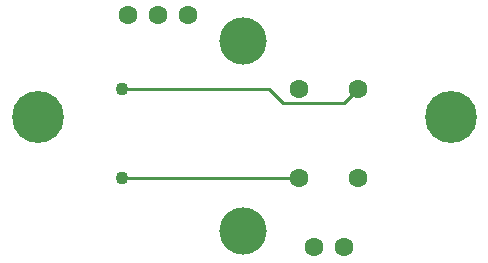
<source format=gbl>
G04*
G04 #@! TF.GenerationSoftware,Altium Limited,Altium Designer,18.1.11 (251)*
G04*
G04 Layer_Physical_Order=2*
G04 Layer_Color=16711680*
%FSLAX25Y25*%
%MOIN*%
G70*
G01*
G75*
%ADD31C,0.01000*%
%ADD32C,0.06299*%
%ADD33C,0.17323*%
%ADD34C,0.04331*%
%ADD35C,0.15748*%
D31*
X8366Y29134D02*
X67422D01*
X82457Y54012D02*
X87107Y58661D01*
X62130Y54012D02*
X82457D01*
X57480Y58661D02*
X62130Y54012D01*
X8366Y58661D02*
X57480D01*
D32*
X72279Y5906D02*
D03*
X82279D02*
D03*
X30580Y83195D02*
D03*
X20580D02*
D03*
X10580D02*
D03*
X67422Y29134D02*
D03*
X87107D02*
D03*
Y58661D02*
D03*
X67422D02*
D03*
D33*
X118110Y49213D02*
D03*
X-19685D02*
D03*
D34*
X8366Y58661D02*
D03*
Y29134D02*
D03*
D35*
X48819Y74803D02*
D03*
Y11417D02*
D03*
M02*

</source>
